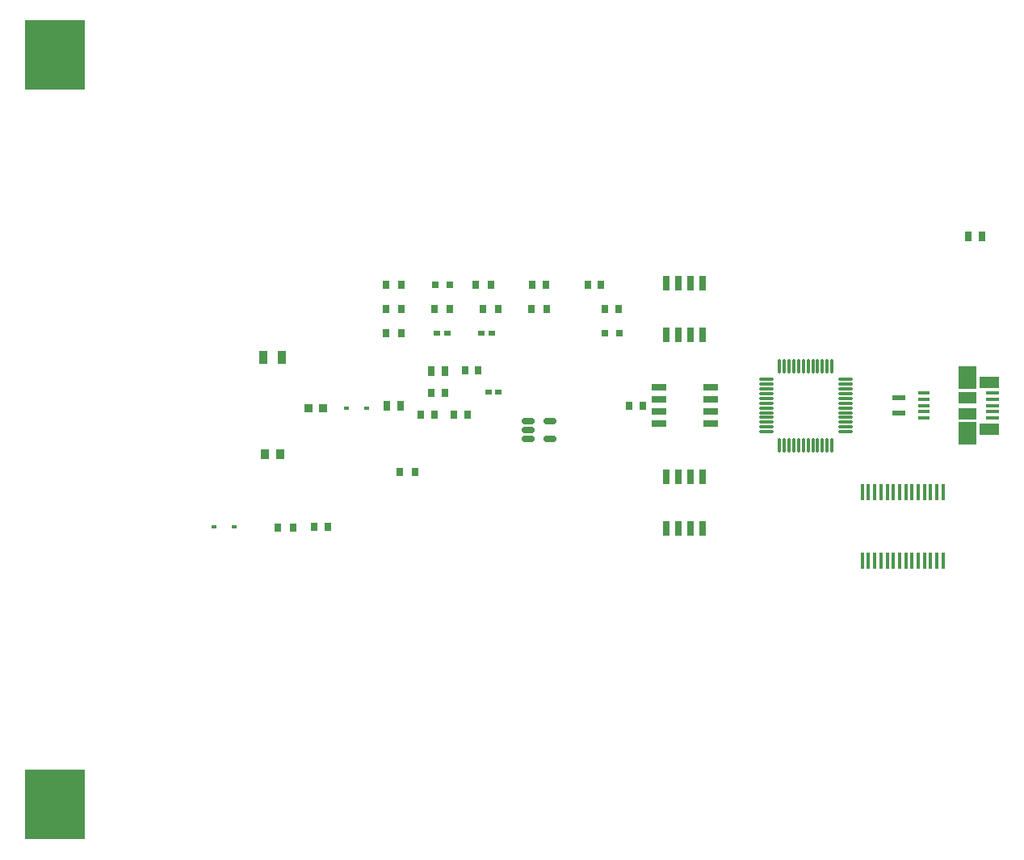
<source format=gbr>
%TF.GenerationSoftware,KiCad,Pcbnew,(6.0.1)*%
%TF.CreationDate,2022-03-23T10:27:18+02:00*%
%TF.ProjectId,main,6d61696e-2e6b-4696-9361-645f70636258,rev?*%
%TF.SameCoordinates,Original*%
%TF.FileFunction,Paste,Top*%
%TF.FilePolarity,Positive*%
%FSLAX46Y46*%
G04 Gerber Fmt 4.6, Leading zero omitted, Abs format (unit mm)*
G04 Created by KiCad (PCBNEW (6.0.1)) date 2022-03-23 10:27:18*
%MOMM*%
%LPD*%
G01*
G04 APERTURE LIST*
G04 Aperture macros list*
%AMRoundRect*
0 Rectangle with rounded corners*
0 $1 Rounding radius*
0 $2 $3 $4 $5 $6 $7 $8 $9 X,Y pos of 4 corners*
0 Add a 4 corners polygon primitive as box body*
4,1,4,$2,$3,$4,$5,$6,$7,$8,$9,$2,$3,0*
0 Add four circle primitives for the rounded corners*
1,1,$1+$1,$2,$3*
1,1,$1+$1,$4,$5*
1,1,$1+$1,$6,$7*
1,1,$1+$1,$8,$9*
0 Add four rect primitives between the rounded corners*
20,1,$1+$1,$2,$3,$4,$5,0*
20,1,$1+$1,$4,$5,$6,$7,0*
20,1,$1+$1,$6,$7,$8,$9,0*
20,1,$1+$1,$8,$9,$2,$3,0*%
G04 Aperture macros list end*
%ADD10R,0.900000X1.000000*%
%ADD11R,0.760000X0.980000*%
%ADD12RoundRect,0.150000X-0.512500X-0.150000X0.512500X-0.150000X0.512500X0.150000X-0.512500X0.150000X0*%
%ADD13R,0.730000X0.940000*%
%ADD14R,0.950000X1.400000*%
%ADD15R,0.900000X0.950000*%
%ADD16R,0.800000X0.950000*%
%ADD17R,1.380000X0.450000*%
%ADD18R,2.100000X1.300000*%
%ADD19R,1.900000X1.175000*%
%ADD20R,1.900000X2.375000*%
%ADD21R,1.250000X0.400000*%
%ADD22R,1.350000X0.600000*%
%ADD23R,0.800000X0.800000*%
%ADD24R,1.525000X0.650000*%
%ADD25R,0.600000X0.450000*%
%ADD26RoundRect,0.075000X-0.662500X-0.075000X0.662500X-0.075000X0.662500X0.075000X-0.662500X0.075000X0*%
%ADD27RoundRect,0.075000X-0.075000X-0.662500X0.075000X-0.662500X0.075000X0.662500X-0.075000X0.662500X0*%
%ADD28R,0.750000X0.600000*%
%ADD29R,0.700000X0.600000*%
%ADD30R,0.450000X1.750000*%
%ADD31R,0.650000X1.525000*%
%ADD32R,6.350000X7.340000*%
G04 APERTURE END LIST*
D10*
%TO.C,FB1*%
X105840000Y-101600000D03*
X107440000Y-101600000D03*
%TD*%
D11*
%TO.C,C6*%
X118670000Y-96520000D03*
X120090000Y-96520000D03*
%TD*%
D12*
%TO.C,U1*%
X133482500Y-98110000D03*
X133482500Y-99060000D03*
X133482500Y-100010000D03*
X135757500Y-100010000D03*
X135757500Y-98110000D03*
%TD*%
D13*
%TO.C,C12*%
X133910000Y-83820000D03*
X135330000Y-83820000D03*
%TD*%
D14*
%TO.C,R2*%
X105730000Y-91440000D03*
X107630000Y-91440000D03*
%TD*%
D15*
%TO.C,D1*%
X110440000Y-96805000D03*
X111940000Y-96805000D03*
%TD*%
D16*
%TO.C,R5*%
X118580000Y-88900000D03*
X120180000Y-88900000D03*
%TD*%
%TO.C,R9*%
X128740000Y-86360000D03*
X130340000Y-86360000D03*
%TD*%
D17*
%TO.C,J5*%
X182185000Y-95220000D03*
X182185000Y-95870000D03*
X182185000Y-96520000D03*
X182185000Y-97170000D03*
X182185000Y-97820000D03*
D18*
X181825000Y-98972500D03*
X181825000Y-94067500D03*
D19*
X179525000Y-95682500D03*
X179525000Y-97357500D03*
D20*
X179525000Y-93607500D03*
X179525000Y-99432500D03*
%TD*%
D13*
%TO.C,C5*%
X125685000Y-97470000D03*
X127105000Y-97470000D03*
%TD*%
D21*
%TO.C,J5*%
X174947212Y-95220000D03*
X174947212Y-95870000D03*
X174947212Y-96520000D03*
X174947212Y-97170000D03*
X174947212Y-97820000D03*
D22*
X172297212Y-95720000D03*
X172297212Y-97320000D03*
%TD*%
D23*
%TO.C,A2*%
X141490000Y-88900000D03*
X142990000Y-88900000D03*
%TD*%
D11*
%TO.C,C4*%
X179630000Y-78740000D03*
X181050000Y-78740000D03*
%TD*%
D24*
%TO.C,IC1*%
X147148000Y-94615000D03*
X147148000Y-95885000D03*
X147148000Y-97155000D03*
X147148000Y-98425000D03*
X152572000Y-98425000D03*
X152572000Y-97155000D03*
X152572000Y-95885000D03*
X152572000Y-94615000D03*
%TD*%
D25*
%TO.C,D3*%
X102650000Y-109220000D03*
X100550000Y-109220000D03*
%TD*%
D26*
%TO.C,MCU1*%
X158397500Y-93770000D03*
X158397500Y-94270000D03*
X158397500Y-94770000D03*
X158397500Y-95270000D03*
X158397500Y-95770000D03*
X158397500Y-96270000D03*
X158397500Y-96770000D03*
X158397500Y-97270000D03*
X158397500Y-97770000D03*
X158397500Y-98270000D03*
X158397500Y-98770000D03*
X158397500Y-99270000D03*
D27*
X159810000Y-100682500D03*
X160310000Y-100682500D03*
X160810000Y-100682500D03*
X161310000Y-100682500D03*
X161810000Y-100682500D03*
X162310000Y-100682500D03*
X162810000Y-100682500D03*
X163310000Y-100682500D03*
X163810000Y-100682500D03*
X164310000Y-100682500D03*
X164810000Y-100682500D03*
X165310000Y-100682500D03*
D26*
X166722500Y-99270000D03*
X166722500Y-98770000D03*
X166722500Y-98270000D03*
X166722500Y-97770000D03*
X166722500Y-97270000D03*
X166722500Y-96770000D03*
X166722500Y-96270000D03*
X166722500Y-95770000D03*
X166722500Y-95270000D03*
X166722500Y-94770000D03*
X166722500Y-94270000D03*
X166722500Y-93770000D03*
D27*
X165310000Y-92357500D03*
X164810000Y-92357500D03*
X164310000Y-92357500D03*
X163810000Y-92357500D03*
X163310000Y-92357500D03*
X162810000Y-92357500D03*
X162310000Y-92357500D03*
X161810000Y-92357500D03*
X161310000Y-92357500D03*
X160810000Y-92357500D03*
X160310000Y-92357500D03*
X159810000Y-92357500D03*
%TD*%
D23*
%TO.C,A1*%
X123710000Y-83820000D03*
X125210000Y-83820000D03*
%TD*%
D16*
%TO.C,R12*%
X119990000Y-103450000D03*
X121590000Y-103450000D03*
%TD*%
D25*
%TO.C,D2*%
X116540000Y-96830000D03*
X114440000Y-96830000D03*
%TD*%
D13*
%TO.C,C11*%
X139700000Y-83820000D03*
X141120000Y-83820000D03*
%TD*%
%TO.C,C9*%
X144070000Y-96520000D03*
X145490000Y-96520000D03*
%TD*%
D16*
%TO.C,R13*%
X127940000Y-83820000D03*
X129540000Y-83820000D03*
%TD*%
D13*
%TO.C,C1*%
X122185000Y-97470000D03*
X123605000Y-97470000D03*
%TD*%
D16*
%TO.C,R4*%
X118580000Y-86360000D03*
X120180000Y-86360000D03*
%TD*%
D28*
%TO.C,R6*%
X128535000Y-88900000D03*
X129635000Y-88900000D03*
%TD*%
D16*
%TO.C,R10*%
X133820000Y-86360000D03*
X135420000Y-86360000D03*
%TD*%
D11*
%TO.C,C3*%
X123310000Y-92870000D03*
X124730000Y-92870000D03*
%TD*%
D13*
%TO.C,C7*%
X126825000Y-92850000D03*
X128245000Y-92850000D03*
%TD*%
%TO.C,C2*%
X111050000Y-109220000D03*
X112470000Y-109220000D03*
%TD*%
D29*
%TO.C,R1*%
X129270000Y-95070000D03*
X130370000Y-95070000D03*
%TD*%
D30*
%TO.C,U2*%
X168495000Y-112820000D03*
X169145000Y-112820000D03*
X169795000Y-112820000D03*
X170445000Y-112820000D03*
X171095000Y-112820000D03*
X171745000Y-112820000D03*
X172395000Y-112820000D03*
X173045000Y-112820000D03*
X173695000Y-112820000D03*
X174345000Y-112820000D03*
X174995000Y-112820000D03*
X175645000Y-112820000D03*
X176295000Y-112820000D03*
X176945000Y-112820000D03*
X176945000Y-105620000D03*
X176295000Y-105620000D03*
X175645000Y-105620000D03*
X174995000Y-105620000D03*
X174345000Y-105620000D03*
X173695000Y-105620000D03*
X173045000Y-105620000D03*
X172395000Y-105620000D03*
X171745000Y-105620000D03*
X171095000Y-105620000D03*
X170445000Y-105620000D03*
X169795000Y-105620000D03*
X169145000Y-105620000D03*
X168495000Y-105620000D03*
%TD*%
D28*
%TO.C,R7*%
X123910000Y-88900000D03*
X125010000Y-88900000D03*
%TD*%
D13*
%TO.C,C8*%
X123295000Y-95180000D03*
X124715000Y-95180000D03*
%TD*%
D16*
%TO.C,R11*%
X118580000Y-83820000D03*
X120180000Y-83820000D03*
%TD*%
%TO.C,R3*%
X107235000Y-109350000D03*
X108835000Y-109350000D03*
%TD*%
D31*
%TO.C,IC2*%
X147955000Y-89072000D03*
X149225000Y-89072000D03*
X150495000Y-89072000D03*
X151765000Y-89072000D03*
X151765000Y-83648000D03*
X150495000Y-83648000D03*
X149225000Y-83648000D03*
X147955000Y-83648000D03*
%TD*%
%TO.C,IC3*%
X147955000Y-109392000D03*
X149225000Y-109392000D03*
X150495000Y-109392000D03*
X151765000Y-109392000D03*
X151765000Y-103968000D03*
X150495000Y-103968000D03*
X149225000Y-103968000D03*
X147955000Y-103968000D03*
%TD*%
D16*
%TO.C,R8*%
X123660000Y-86360000D03*
X125260000Y-86360000D03*
%TD*%
D32*
%TO.C,BT1*%
X83820000Y-138390000D03*
X83820000Y-59730000D03*
%TD*%
D13*
%TO.C,C10*%
X141530000Y-86360000D03*
X142950000Y-86360000D03*
%TD*%
M02*

</source>
